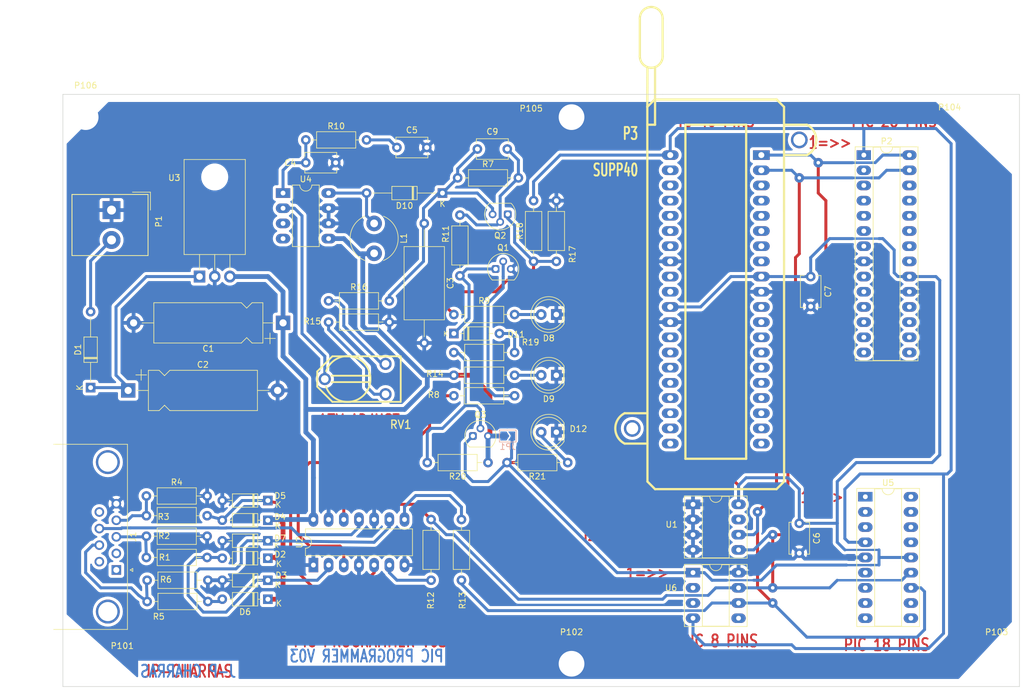
<source format=kicad_pcb>
(kicad_pcb (version 20240108) (generator "pcbnew") (generator_version "8.0")
  (title_block (title "SERIAL PIC PROGRAMMER"))
  (layers (0 "F.Cu" signal "top_layer") (31 "B.Cu" signal "bottom_layer") (34 "B.Paste" user) (35 "F.Paste" user) (36 "B.SilkS" user "B.Silkscreen") (37 "F.SilkS" user "F.Silkscreen") (38 "B.Mask" user) (39 "F.Mask" user) (44 "Edge.Cuts" user))
  (net 0 "")
  (net 1 "/PC-CLOCK-OUT")
  (net 2 "GND")
  (net 3 "Net-(D1-K)")
  (net 4 "Net-(U4-Vc)")
  (net 5 "Net-(C5-Pad1)")
  (net 6 "Net-(Q2-B)")
  (net 7 "Net-(D1-A)")
  (net 8 "Net-(D2-A)")
  (net 9 "Net-(D4-A)")
  (net 10 "Net-(D6-A)")
  (net 11 "Net-(R12-Pad1)")
  (net 12 "Net-(R13-Pad1)")
  (net 13 "Net-(R15-Pad1)")
  (net 14 "Net-(R16-Pad1)")
  (net 15 "Net-(R8-Pad1)")
  (net 16 "Net-(D8-A)")
  (net 17 "VCC")
  (net 18 "VPP")
  (net 19 "Net-(D9-A)")
  (net 20 "Net-(D10-A)")
  (net 21 "Net-(D11-A)")
  (net 22 "Net-(D11-K)")
  (net 23 "Net-(D12-A)")
  (net 24 "/pic_sockets/VCC_PIC")
  (net 25 "/CLOCK-RB6")
  (net 26 "/DATA-RB7")
  (net 29 "Net-(Q1-B)")
  (net 31 "/PC-DATA-IN")
  (net 32 "/PC-DATA-OUT")
  (net 33 "/VPP_ON")
  (net 34 "Net-(Q2-C)")
  (net 36 "Net-(Q3-B)")
  (net 37 "Net-(U4-FB+)")
  (net 38 "/VPP{slash}MCLR")
  (footprint "Capacitor_THT:CP_Axial_L18.0mm_D6.5mm_P25.00mm_Horizontal" (layer "F.Cu") (at 110.49 78.867 180)
    (property "Reference" "C1")
    (property "Value" "100µF")
  )
  (footprint "Capacitor_THT:CP_Axial_L18.0mm_D6.5mm_P25.00mm_Horizontal" (layer "F.Cu") (at 84.582 90.17)
    (property "Reference" "C2")
    (property "Value" "220uF")
  )
  (footprint "MountingHole:MountingHole_4.3mm_M4" (layer "F.Cu") (at 77.47 135.89)
    (property "Reference" "P101")
    (property "Value" "CONN_1")
  )
  (footprint "MountingHole:MountingHole_4.3mm_M4" (layer "F.Cu") (at 158.75 135.89)
    (property "Reference" "P102")
    (property "Value" "CONN_1")
  )
  (footprint "MountingHole:MountingHole_4.3mm_M4" (layer "F.Cu") (at 229.87 135.89)
    (property "Reference" "P103")
    (property "Value" "CONN_1")
  )
  (footprint "MountingHole:MountingHole_4.3mm_M4" (layer "F.Cu") (at 229.87 44.45)
    (property "Reference" "P104")
    (property "Value" "CONN_1")
  )
  (footprint "MountingHole:MountingHole_4.3mm_M4" (layer "F.Cu") (at 158.75 44.45)
    (property "Reference" "P105")
    (property "Value" "CONN_1")
  )
  (footprint "MountingHole:MountingHole_4.3mm_M4" (layer "F.Cu") (at 77.47 44.45)
    (property "Reference" "P106")
    (property "Value" "CONN_1")
  )
  (footprint "footprints:40tex-Ell600" (layer "F.Cu") (at 175.26 50.8)
    (property "Reference" "P3")
    (property "Value" "SUPP40")
  )
  (footprint "Package_DIP:DIP-8_W7.62mm_Socket_LongPads" (layer "F.Cu") (at 179.07 120.65)
    (property "Reference" "U6")
    (property "Value" "PIC_8_PINS")
  )
  (footprint "Package_DIP:DIP-8_W7.62mm_Socket_LongPads" (layer "F.Cu") (at 179.07 109.22)
    (property "Reference" "U1")
    (property "Value" "24Cxx")
  )
  (footprint "Package_DIP:DIP-8_W7.62mm_LongPads" (layer "F.Cu") (at 110.49 57.15)
    (property "Reference" "U4")
    (property "Value" "LT1373")
  )
  (footprint "Package_DIP:DIP-28_W7.62mm_Socket_LongPads" (layer "F.Cu") (at 207.645 50.8)
    (property "Reference" "P2")
    (property "Value" "SUPP28")
  )
  (footprint "Package_DIP:DIP-18_W7.62mm_Socket_LongPads" (layer "F.Cu") (at 207.899 107.95)
    (property "Reference" "U5")
    (property "Value" "PIC_18_PINS")
  )
  (footprint "Package_DIP:DIP-14_W7.62mm_LongPads" (layer "F.Cu") (at 115.57 119.38 90)
    (property "Reference" "U2")
    (property "Value" "74HC125")
  )
  (footprint "Diode_THT:D_DO-35_SOD27_P7.62mm_Horizontal" (layer "F.Cu") (at 107.95 118.237 180)
    (property "Reference" "D2")
    (property "Value" "BAT43")
  )
  (footprint "Diode_THT:D_DO-35_SOD27_P7.62mm_Horizontal" (layer "F.Cu") (at 107.95 121.92 180)
    (property "Reference" "D3")
    (property "Value" "BAT43")
  )
  (footprint "Diode_THT:D_DO-35_SOD27_P7.62mm_Horizontal" (layer "F.Cu") (at 107.95 111.887 180)
    (property "Reference" "D4")
    (property "Value" "BAT43")
  )
  (footprint "Diode_THT:D_DO-35_SOD27_P7.62mm_Horizontal" (layer "F.Cu") (at 107.95 108.585 180)
    (property "Reference" "D5")
    (property "Value" "BAT43")
  )
  (footprint "Diode_THT:D_DO-35_SOD27_P7.62mm_Horizontal" (layer "F.Cu") (at 139.065 80.645)
    (property "Reference" "D11")
    (property "Value" "BAT43")
  )
  (footprint "Diode_THT:D_DO-35_SOD27_P7.62mm_Horizontal" (layer "F.Cu") (at 107.95 115.316 180)
    (property "Reference" "D7")
    (property "Value" "BAT43")
  )
  (footprint "Diode_THT:D_DO-35_SOD27_P7.62mm_Horizontal" (layer "F.Cu") (at 107.95 125.095 180)
    (property "Reference" "D6")
    (property "Value" "BAT43")
  )
  (footprint "Connector_Dsub:DSUB-9_Female_Horizontal_P2.77x2.84mm_EdgePinOffset7.70mm_Housed_MountingHolesOffset9.12mm" (layer "F.Cu") (at 82.6 120.2 -90)
    (property "Reference" "J1")
    (property "Value" "DB9-FEMAL")
  )
  (footprint "Package_TO_SOT_THT:TO-92" (layer "F.Cu") (at 142.24 97.79)
    (property "Reference" "Q3")
    (property "Value" "BC307")
  )
  (footprint "Package_TO_SOT_THT:TO-92" (layer "F.Cu") (at 148.082 60.706 180)
    (property "Reference" "Q2")
    (property "Value" "BC307")
  )
  (footprint "Package_TO_SOT_THT:TO-92" (layer "F.Cu") (at 146.05 69.85)
    (property "Reference" "Q1")
    (property "Value" "BC237")
  )
  (footprint "Resistor_THT:R_Axial_DIN0207_L6.3mm_D2.5mm_P10.16mm_Horizontal" (layer "F.Cu") (at 152.4 68.58 90)
    (property "Reference" "R18")
    (property "Value" "220")
  )
  (footprint "Resistor_THT:R_Axial_DIN0207_L6.3mm_D2.5mm_P10.16mm_Horizontal" (layer "F.Cu") (at 114.3 48.26)
    (property "Reference" "R10")
    (property "Value" "5,1K")
  )
  (footprint "Resistor_THT:R_Axial_DIN0207_L6.3mm_D2.5mm_P10.16mm_Horizontal" (layer "F.Cu") (at 139.065 77.47)
    (property "Reference" "R9")
    (property "Value" "2.2K")
  )
  (footprint "Resistor_THT:R_Axial_DIN0207_L6.3mm_D2.5mm_P10.16mm_Horizontal" (layer "F.Cu") (at 87.63 118.11)
    (property "Reference" "R1")
    (property "Value" "10K")
  )
  (footprint "Resistor_THT:R_Axial_DIN0207_L6.3mm_D2.5mm_P10.16mm_Horizontal" (layer "F.Cu") (at 87.63 114.554)
    (property "Reference" "R2")
    (property "Value" "10K")
  )
  (footprint "Resistor_THT:R_Axial_DIN0207_L6.3mm_D2.5mm_P10.16mm_Horizontal" (layer "F.Cu") (at 87.63 111.125)
    (property "Reference" "R3")
    (property "Value" "10K")
  )
  (footprint "Resistor_THT:R_Axial_DIN0207_L6.3mm_D2.5mm_P10.16mm_Horizontal" (layer "F.Cu") (at 87.63 107.823)
    (property "Reference" "R4")
    (property "Value" "10K")
  )
  (footprint "Resistor_THT:R_Axial_DIN0207_L6.3mm_D2.5mm_P10.16mm_Horizontal" (layer "F.Cu") (at 87.757 125.476)
    (property "Reference" "R5")
    (property "Value" "10K")
  )
  (footprint "Resistor_THT:R_Axial_DIN0207_L6.3mm_D2.5mm_P10.16mm_Horizontal" (layer "F.Cu") (at 139.7 54.61)
    (property "Reference" "R7")
    (property "Value" "10K")
  )
  (footprint "Resistor_THT:R_Axial_DIN0207_L6.3mm_D2.5mm_P10.16mm_Horizontal" (layer "F.Cu") (at 87.757 121.92)
    (property "Reference" "R6")
    (property "Value" "10K")
  )
  (footprint "Resistor_THT:R_Axial_DIN0207_L6.3mm_D2.5mm_P10.16mm_Horizontal" (layer "F.Cu") (at 158.115 102.235 180)
    (property "Reference" "R21")
    (property "Value" "470")
  )
  (footprint "Resistor_THT:R_Axial_DIN0207_L6.3mm_D2.5mm_P10.16mm_Horizontal" (layer "F.Cu") (at 144.78 102.235 180)
    (property "Reference" "R20")
    (property "Value" "2.2K")
  )
  (footprint "Resistor_THT:R_Axial_DIN0207_L6.3mm_D2.5mm_P10.16mm_Horizontal" (layer "F.Cu") (at 149.225 83.82 180)
    (property "Reference" "R19")
    (property "Value" "2.2K")
  )
  (footprint "Resistor_THT:R_Axial_DIN0207_L6.3mm_D2.5mm_P10.16mm_Horizontal" (layer "F.Cu") (at 156.21 68.58 90)
    (property "Reference" "R17")
    (property "Value" "22K")
  )
  (footprint "Resistor_THT:R_Axial_DIN0207_L6.3mm_D2.5mm_P10.16mm_Horizontal" (layer "F.Cu") (at 118.11 75.184)
    (property "Reference" "R16")
    (property "Value" "62K")
  )
  (footprint "Resistor_THT:R_Axial_DIN0207_L6.3mm_D2.5mm_P10.16mm_Horizontal" (layer "F.Cu") (at 118.11 78.74)
    (property "Reference" "R15")
    (property "Value" "6.2K")
  )
  (footprint "Resistor_THT:R_Axial_DIN0207_L6.3mm_D2.5mm_P10.16mm_Horizontal" (layer "F.Cu") (at 139.065 87.63)
    (property "Reference" "R14")
    (property "Value" "470")
  )
  (footprint "Resistor_THT:R_Axial_DIN0207_L6.3mm_D2.5mm_P10.16mm_Horizontal" (layer "F.Cu") (at 140.335 111.76 -90)
    (property "Reference" "R13")
    (property "Value" "470")
  )
  (footprint "Resistor_THT:R_Axial_DIN0207_L6.3mm_D2.5mm_P10.16mm_Horizontal" (layer "F.Cu") (at 139.065 91.059)
    (property "Reference" "R8")
    (property "Value" "1K")
  )
  (footprint "Resistor_THT:R_Axial_DIN0207_L6.3mm_D2.5mm_P10.16mm_Horizontal" (layer "F.Cu") (at 135.255 121.92 90)
    (property "Reference" "R12")
    (property "Value" "470")
  )
  (footprint "LED_THT:LED_D5.0mm" (layer "F.Cu") (at 156.21 77.47 180)
    (property "Reference" "D8")
    (property "Value" "RED-LED")
  )
  (footprint "LED_THT:LED_D5.0mm" (layer "F.Cu") (at 156.21 87.63 180)
    (property "Reference" "D9")
    (property "Value" "GREEN-LED")
  )
  (footprint "LED_THT:LED_D5.0mm" (layer "F.Cu") (at 156.21 97.155 180)
    (property "Reference" "D12")
    (property "Value" "YELLOW-LED")
  )
  (footprint "Capacitor_THT:C_Disc_D5.1mm_W3.2mm_P5.00mm" (layer "F.Cu") (at 114.3 52.07)
    (property "Reference" "C4")
    (property "Value" "0")
  )
  (footprint "Capacitor_THT:C_Disc_D5.1mm_W3.2mm_P5.00mm" (layer "F.Cu") (at 129.54 49.53)
    (property "Reference" "C5")
    (property "Value" "10nF")
  )
  (footprint "Capacitor_THT:C_Disc_D5.1mm_W3.2mm_P5.00mm" (layer "F.Cu") (at 198.755 71.12 -90)
    (property "Reference" "C7")
    (property "Value" "100nF")
  )
  (footprint "Capacitor_THT:C_Disc_D5.1mm_W3.2mm_P5.00mm" (layer "F.Cu") (at 143.002 49.784)
    (property "Reference" "C9")
    (property "Value" "220nF")
  )
  (footprint "Capacitor_THT:C_Disc_D5.1mm_W3.2mm_P5.00mm" (layer "F.Cu") (at 196.85 112.395 -90)
    (property "Reference" "C6")
    (property "Value" "100nF")
  )
  (footprint "Diode_THT:D_DO-35_SOD27_P12.70mm_Horizontal" (layer "F.Cu") (at 137.16 57.15 180)
    (property "Reference" "D10")
    (property "Value" "SCHOTTKY")
  )
  (footprint "footprints:RV2X4" (layer "F.Cu") (at 127.635 90.805 180)
    (property "Reference" "RV1")
    (property "Value" "1K")
  )
  (footprint "TerminalBlock_Altech:Altech_AK300_1x02_P5.00mm_45-Degree" (layer "F.Cu") (at 81.8 60 -90)
    (property "Reference" "P1")
    (property "Value" "CONN_2")
  )
  (footprint "Package_TO_SOT_THT:TO-220-3_Horizontal_TabDown" (layer "F.Cu") (at 96.52 71.12)
    (property "Reference" "U3")
    (property "Value" "7805")
  )
  (footprint "Resistor_THT:R_Axial_DIN0207_L6.3mm_D2.5mm_P10.16mm_Horizontal" (layer "F.Cu") (at 140.081 70.993 90)
    (property "Reference" "R11")
    (property "Value" "22K")
  )
  (footprint "Capacitor_THT:C_Axial_L12.0mm_D6.5mm_P20.00mm_Horizontal" (layer "F.Cu") (at 134.112 62.23 -90)
    (property "Reference" "C3")
    (property "Value" "22uF/25V")
  )
  (footprint "Inductor_THT:L_Radial_D7.8mm_P5.00mm_Fastron_07HCP" (layer "F.Cu") (at 125.73 62.23 -90)
    (property "Reference" "L1")
    (property "Value" "22uH")
  )
  (footprint "Diode_THT:D_DO-35_SOD27_P12.70mm_Horizontal" (layer "F.Cu") (at 78.3 89.7 90)
    (property "Reference" "D1")
    (property "Value" "1N4004")
  )
  (footprint "Jumper:SolderJumper-2_P1.3mm_Open_TrianglePad1.0x1.5mm" (layer "B.Cu") (at 148.082 97.79)
    (property "Reference" "JP1")
    (property "Value" "JUMPER")
  )
  (gr_line (start 73.66 139.7) (end 73.66 40.64) (stroke (width 0.1)) (layer "Edge.Cuts"))
  (gr_line (start 173.99 40.64) (end 233.68 40.64) (stroke (width 0.1)) (layer "Edge.Cuts"))
  (gr_line (start 73.66 40.64) (end 173.99 40.64) (stroke (width 0.1)) (layer "Edge.Cuts"))
  (gr_line (start 233.68 139.7) (end 73.66 139.7) (stroke (width 0.1)) (layer "Edge.Cuts"))
  (gr_line (start 233.68 40.64) (end 233.68 139.7) (stroke (width 0.1)) (layer "Edge.Cuts"))
  (gr_text "+8/12V" (at 81.5 55.5 0) (layer "F.Cu") (effects (font (size 2.032 1.524) (thickness 0.3048))))
  (gr_text "VCC ON" (at 162.9 99.1 0) (layer "F.Cu") (effects (font (size 2.032 1.524) (thickness 0.3048))))
  (gr_text "JP-CHARRAS" (at 94.615 137.16 0) (layer "F.Cu") (effects (font (size 2.032 1.524) (thickness 0.3048))))
  (gr_text "1=>>" (at 167.64 48.895 0) (layer "F.Cu") (effects (font (size 2.032 1.524) (thickness 0.3048))))
  (gr_text "PWR ON" (at 163.83 88.9 0) (layer "F.Cu") (effects (font (size 2.032 1.524) (thickness 0.3048))))
  (gr_text "PIC PROGRAMMER V03" (at 125.095 132.08 0) (layer "F.Cu") (effects (font (size 2.032 1.524) (thickness 0.3048))))
  (gr_text "1=>>" (at 200.66 107.95 0) (layer "F.Cu") (effects (font (size 2.032 1.524) (thickness 0.3048))))
  (gr_text "PIC 18 PINS" (at 211.455 132.715 0) (layer "F.Cu") (effects (font (size 2.032 1.524) (thickness 0.3048))))
  (gr_text "I2C PROM" (at 166.37 114.3 0) (layer "F.Cu") (effects (font (size 2.032 1.524) (thickness 0.3048))))
  (gr_text "VPP ON" (at 163.195 80.645 0) (layer "F.Cu") (effects (font (size 2.032 1.524) (thickness 0.3048))))
  (gr_text "1=>>" (at 171.45 109.22 0) (layer "F.Cu") (effects (font (size 2.032 1.524) (thickness 0.3048))))
  (gr_text "13V ADJUST" (at 123.19 95.25 0) (layer "F.Cu") (effects (font (size 2.032 1.524) (thickness 0.3048))))
  (gr_text "PIC 8 PINS" (at 183.515 132.08 0) (layer "F.Cu") (effects (font (size 2.032 1.524) (thickness 0.3048))))
  (gr_text "PIC 28 PINS" (at 212.725 45.085 0) (layer "F.Cu") (effects (font (size 2.032 1.524) (thickness 0.3048))))
  (gr_text "1=>>" (at 171.45 120.65 0) (layer "F.Cu") (effects (font (size 2.032 1.524) (thickness 0.3048))))
  (gr_text "PIC 40 PINS" (at 182.245 45.085 0) (layer "F.Cu") (effects (font (size 2.032 1.524) (thickness 0.3048))))
  (gr_text "1=>>" (at 202 48.7 0) (layer "F.Cu") (effects (font (size 2.032 1.524) (thickness 0.3048))))
  (gr_text "J-P CHARRAS" (at 94.615 137.16 0) (layer "B.Cu") (effects (font (size 2.032 1.524) (thickness 0.3048)) (justify mirror)))
  (gr_text "PIC PROGRAMMER V03" (at 124.46 134.62 0) (layer "B.Cu") (effects (font (size 2.032 1.524) (thickness 0.3048)) (justify mirror)))
  (segment (start 85.09 123.19) (end 86.36 124.46) (width 0.5) (layer "B.Cu") (net 1))
  (segment (start 77.47 117.475) (end 77.47 120.65) (width 0.5) (layer "B.Cu") (net 1))
  (segment (start 78.62863 116.045) (end 77.47 117.20363) (width 0.5) (layer "B.Cu") (net 1))
  (segment (start 86.36 124.46) (end 87.757 125.476) (width 0.5) (layer "B.Cu") (net 1))
  (segment (start 80.01 123.19) (end 85.09 123.19) (width 0.5) (layer "B.Cu") (net 1))
  (segment (start 87.757 125.476) (end 87.63 121.92) (width 0.5) (layer "B.Cu") (net 1))
  (segment (start 79.76 116.045) (end 78.62863 116.045) (width 0.5) (layer "B.Cu") (net 1))
  (segment (start 77.47 120.65) (end 80.01 123.19) (width 0.5) (layer "B.Cu") (net 1))
  (segment (start 77.47 117.20363) (end 77.47 117.475) (width 0.5) (layer "B.Cu") (net 1))
  (segment (start 82.55 76.2) (end 87.63 71.12) (width 0.5) (layer "B.Cu") (net 3))
  (segment (start 84.112 89.7) (end 84.582 90.17) (width 0.5) (layer "B.Cu") (net 3))
  (segment (start 84.455 89.535) (end 82.55 87.63) (width 0.5) (layer "B.Cu") (net 3))
  (segment (start 78.3 89.7) (end 84.112 89.7) (width 0.5) (layer "B.Cu") (net 3))
  (segment (start 87.63 71.12) (end 96.52 71.12) (width 0.5) (layer "B.Cu") (net 3))
  (segment (start 82.55 87.63) (end 82.55 76.2) (width 0.5) (layer "B.Cu") (net 3))
  (segment (start 84.455 90.17) (end 84.455 89.535) (width 0.5) (layer "B.Cu") (net 3))
  (segment (start 114.3 48.26) (end 114.3 52.07) (width 0.5) (layer "B.Cu") (net 4))
  (segment (start 110.49 57.15) (end 110.49 53.34) (width 0.5) (layer "B.Cu") (net 4))
  (segment (start 110.49 53.34) (end 111.76 52.07) (width 0.5) (layer "B.Cu") (net 4))
  (segment (start 111.76 52.07) (end 114.3 52.07) (width 0.5) (layer "B.Cu") (net 4))
  (segment (start 124.46 48.26) (end 128.27 48.26) (width 0.5) (layer "B.Cu") (net 5))
  (segment (start 128.27 48.26) (end 129.54 49.53) (width 0.5) (layer "B.Cu") (net 5))
  (segment (start 149.86 51.642) (end 149.86 54.61) (width 0.5) (layer "B.Cu") (net 6))
  (segment (start 141.21237 60.833) (end 142.855369 62.475999) (width 0.5) (layer "B.Cu") (net 6))
  (segment (start 146.312001 62.475999) (end 146.812 61.976) (width 0.5) (layer "B.Cu") (net 6))
  (segment (start 146.812 57.658) (end 149.86 54.61) (width 0.5) (layer "B.Cu") (net 6))
  (segment (start 148.002 49.784) (end 149.86 51.642) (width 0.5) (layer "B.Cu") (net 6))
  (segment (start 146.812 61.976) (end 146.812 57.658) (width 0.5) (layer "B.Cu") (net 6))
  (segment (start 140.081 60.833) (end 141.21237 60.833) (width 0.5) (layer "B.Cu") (net 6))
  (segment (start 142.855369 62.475999) (end 146.312001 62.475999) (width 0.5) (layer "B.Cu") (net 6))
  (segment (start 78.3 68.5) (end 78.3 77) (width 0.5) (layer "B.Cu") (net 7))
  (segment (start 81.8 65) (end 78.3 68.5) (width 0.5) (layer "B.Cu") (net 7))
  (segment (start 106.045 121.92) (end 107.95 121.92) (width 0.5) (layer "B.Cu") (net 8))
  (segment (start 95.885 118.11) (end 94.615 119.38) (width 0.5) (layer "B.Cu") (net 8))
  (segment (start 97.79 118.11) (end 95.885 118.11) (width 0.5) (layer "B.Cu") (net 8))
  (segment (start 107.95 121.92) (end 116.205 121.92) (width 0.5) (layer "B.Cu") (net 8))
  (segment (start 97.155 127.254) (end 100.965 127.254) (width 0.5) (layer "B.Cu") (net 8))
  (segment (start 118.11 120.015) (end 118.11 119.38) (width 0.5) (layer "B.Cu") (net 8))
  (segment (start 94.615 124.46) (end 97.155 127.254) (width 0.5) (layer "B.Cu") (net 8))
  (segment (start 94.615 119.38) (end 94.615 124.46) (width 0.5) (layer "B.Cu") (net 8))
  (segment (start 116.205 121.92) (end 118.11 120.015) (width 0.5) (layer "B.Cu") (net 8))
  (segment (start 100.33 118.11) (end 97.79 118.11) (width 0.5) (layer "B.Cu") (net 8))
  (segment (start 100.965 127.254) (end 106.045 121.92) (width 0.5) (layer "B.Cu") (net 8))
  (segment (start 111.76 119.38) (end 115.57 123.19) (width 0.5) (layer "F.Cu") (net 9))
  (segment (start 125.73 120.65) (end 125.73 119.38) (width 0.5) (layer "F.Cu") (net 9))
  (segment (start 111.76 109.855) (end 111.76 119.38) (width 0.5) (layer "F.Cu") (net 9))
  (segment (start 115.57 123.19) (end 123.19 123.19) (width 0.5) (layer "F.Cu") (net 9))
  (segment (start 107.95 108.712) (end 111.125 109.22) (width 0.5) (layer "F.Cu") (net 9))
  (segment (start 111.125 109.22) (end 111.76 109.855) (width 0.5) (layer "F.Cu") (net 9))
  (segment (start 123.19 123.19) (end 125.73 120.65) (width 0.5) (layer "F.Cu") (net 9))
  (segment (start 107.95 108.585) (end 103.632 108.585) (width 0.5) (layer "B.Cu") (net 9))
  (segment (start 100.33 111.76) (end 97.79 111.125) (width 0.5) (layer "B.Cu") (net 9))
  (segment (start 103.632 108.585) (end 100.33 111.887) (width 0.5) (layer "B.Cu") (net 9))
  (segment (start 99.949 125.476) (end 100.33 125.095) (width 0.5) (layer "B.Cu") (net 10))
  (segment (start 95.885 123.444) (end 97.917 125.476) (width 0.5) (layer "B.Cu") (net 10))
  (segment (start 102.616 120.015) (end 103.505 119.126) (width 0.5) (layer "B.Cu") (net 10))
  (segment (start 97.917 125.476) (end 99.949 125.476) (width 0.5) (layer "B.Cu") (net 10))
  (segment (start 128.27 111.76) (end 128.27 113.03) (width 0.5) (layer "B.Cu") (net 10))
  (segment (start 96.52 120.015) (end 102.616 120.015) (width 0.5) (layer "B.Cu") (net 10))
  (segment (start 95.885 122.555) (end 95.885 123.444) (width 0.5) (layer "B.Cu") (net 10))
  (segment (start 103.505 116.332) (end 104.521 115.316) (width 0.5) (layer "B.Cu") (net 10))
  (segment (start 128.27 113.03) (end 125.73 115.57) (width 0.5) (layer "B.Cu") (net 10))
  (segment (start 104.521 115.316) (end 107.95 115.316) (width 0.5) (layer "B.Cu") (net 10))
  (segment (start 107.95 115.316) (end 125.73 115.57) (width 0.5) (layer "B.Cu") (net 10))
  (segment (start 95.885 120.65) (end 96.52 120.015) (width 0.5) (layer "B.Cu") (net 10))
  (segment (start 103.505 119.126) (end 103.505 116.332) (width 0.5) (layer "B.Cu") (net 10))
  (segment (start 95.885 122.555) (end 95.885 120.65) (width 0.5) (layer "B.Cu") (net 10))
  (segment (start 128.27 119.38) (end 128.27 120.65) (width 0.5) (layer "B.Cu") (net 11))
  (segment (start 128.27 120.65) (end 129.54 121.92) (width 0.5) (layer "B.Cu") (net 11))
  (segment (start 129.54 121.92) (end 135.255 121.92) (width 0.5) (layer "B.Cu") (net 11))
  (segment (start 130.81 109.6264) (end 132.6896 107.7468) (width 0.5) (layer "B.Cu") (net 12))
  (segment (start 132.6896 107.7468) (end 138.4046 107.7468) (width 0.5) (layer "B.Cu") (net 12))
  (segment (start 138.4046 107.7468) (end 140.335 109.6772) (width 0.5) (layer "B.Cu") (net 12))
  (segment (start 140.335 109.6772) (end 140.335 111.76) (width 0.5) (layer "B.Cu") (net 12))
  (segment (start 130.81 111.76) (end 130.81 109.6264) (width 0.5) (layer "B.Cu") (net 12))
  (segment (start 118.11 80.01) (end 124.46 86.36) (width 0.5) (layer "B.Cu") (net 13))
  (segment (start 124.46 86.36) (end 124.46 89.535) (width 0.5) (layer "B.Cu") (net 13))
  (segment (start 125.73 90.805) (end 127.635 90.805) (width 0.5) (layer "B.Cu") (net 13))
  (segment (start 118.11 78.74) (end 118.11 80.01) (width 0.5) (layer "B.Cu") (net 13))
  (segment (start 124.46 89.535) (end 125.73 90.805) (width 0.5) (layer "B.Cu") (net 13))
  (segment (start 119.634 75.184) (end 120.65 76.2) (width 0.5) (layer "B.Cu") (net 14))
  (segment (start 120.65 79.375) (end 127 85.725) (width 0.5) (layer "B.Cu") (net 14))
  (segment (start 127 85.725) (end 127.635 85.725) (width 0.5) (layer "B.Cu") (net 14))
  (segment (start 118.11 75.184) (end 119.634 75.184) (width 0.5) (layer "B.Cu") (net 14))
  (segment (start 120.65 76.2) (end 120.65 79.375) (width 0.5) (layer "B.Cu") (net 14))
  (segment (start 135.001 96.266) (end 135.001 92.456) (width 0.5) (layer "F.Cu") (net 15))
  (segment (start 120.015 116.205) (end 114.935 116.205) (width 0.5) (layer "F.Cu") (net 15))
  (segment (start 114.935 102.235) (end 129.032 102.235) (width 0.5) (layer "F.Cu") (net 15))
  (segment (start 129.032 102.235) (end 135.001 96.266) (width 0.5) (layer "F.Cu") (net 15))
  (segment (start 136.398 91.059) (end 139.065 91.059) (width 0.5) (layer "F.Cu") (net 15))
  (segment (start 135.001 92.456) (end 136.398 91.059) (width 0.5) (layer "F.Cu") (net 15))
  (segment (start 113.03 104.14) (end 114.935 102.235) (width 0.5) (layer "F.Cu") (net 15))
  (segment (start 113.03 114.3) (end 113.03 104.14) (width 0.5) (layer "F.Cu") (net 15))
  (segment (start 120.65 116.84) (end 120.015 116.205) (width 0.5) (layer "F.Cu") (net 15))
  (segment (start 114.935 116.205) (end 113.03 114.3) (width 0.5) (layer "F.Cu") (net 15))
  (segment (start 120.65 119.38) (end 120.65 116.84) (width 0.5) (layer "F.Cu") (net 15))
  (segment (start 153.67 77.47) (end 149.225 77.47) (width 0.5) (layer "B.Cu") (net 16))
  (segment (start 110.49 124.155) (end 110.49 119.38) (width 0.8) (layer "F.Cu") (net 17))
  (segment (start 145.1 97.47) (end 144.78 97.79) (width 0.8) (layer "F.Cu") (net 17))
  (segment (start 141.986 87.63) (end 145.1 90.744) (width 0.8) (layer "F.Cu") (net 17))
  (segment (start 109.55 125.095) (end 110.49 124.155) (width 0.8) (layer "F.Cu") (net 17))
  (segment (start 145.1 90.744) (end 145.1 97.47) (width 0.8) (layer "F.Cu") (net 17))
  (segment (start 110.49 119.38) (end 109.22 118.11) (width 0.8) (layer "F.Cu") (net 17))
  (segment (start 107.95 125.095) (end 109.55 125.095) (width 0.8) (layer "F.Cu") (net 17))
  (segment (start 109.22 118.11) (end 107.95 118.11) (width 0.8) (layer "F.Cu") (net 17))
  (segment (start 109.855 111.76) (end 110.49 112.395) (width 0.8) (layer "F.Cu") (net 17))
  (segment (start 110.49 112.395) (end 110.49 116.84) (width 0.8) (layer "F.Cu") (net 17))
  (segment (start 107.95 111.76) (end 109.855 111.76) (width 0.8) (layer "F.Cu") (net 17))
  (segment (start 139.065 87.63) (end 141.986 87.63) (width 0.8) (layer "F.Cu") (net 17))
  (segment (start 110.49 116.84) (end 109.22 118.11) (width 0.8) (layer "F.Cu") (net 17))
  (segment (start 144.78 97.79) (end 144.78 97.917) (width 0.8) (layer "B.Cu") (net 17))
  (segment (start 124.46 80.01) (end 123.825 79.375) (width 0.8) (layer "B.Cu") (net 17))
  (segment (start 134.62 87.63) (end 133.985 87.63) (width 0.8) (layer "B.Cu") (net 17))
  (segment (start 107.95 111.76) (end 115.57 111.76) (width 0.8) (layer "B.Cu") (net 17))
  (segment (start 114.3 88.265) (end 114.3 93.345) (width 0.8) (layer "B.Cu") (net 17))
  (segment (start 110.49 78.74) (end 110.49 73.66) (width 0.8) (layer "B.Cu") (net 17))
  (segment (start 110.49 73.66) (end 107.95 71.12) (width 0.8) (layer "B.Cu") (net 17))
  (segment (start 123.825 67.31) (end 123.19 67.31) (width 0.8) (layer "B.Cu") (net 17))
  (segment (start 130.81 93.345) (end 134.62 89.535) (width 0.8) (layer "B.Cu") (net 17))
  (segment (start 147.447 97.79) (end 144.78 97.79) (width 0.8) (layer "B.Cu") (net 17))
  (segment (start 114.3 93.345) (end 114.3 97.155) (width 0.8) (layer "B.Cu") (net 17))
  (segment (start 115.57 111.76) (end 115.57 104.775) (width 0.8) (layer "B.Cu") (net 17))
  (segment (start 123.825 79.375) (end 123.825 67.31) (width 0.8) (layer "B.Cu") (net 17))
  (segment (start 110.49 84.455) (end 114.3 88.265) (width 0.8) (layer "B.Cu") (net 17))
  (segment (start 125.73 67.31) (end 123.825 67.31) (width 0.8) (layer "B.Cu") (net 17))
  (segment (start 133.985 87.63) (end 126.365 80.01) (width 0.8) (layer "B.Cu") (net 17))
  (segment (start 118.11 64.77) (end 120.65 64.77) (width 0.8) (layer "B.Cu") (net 17))
  (segment (start 115.57 98.425) (end 115.57 104.775) (width 0.8) (layer "B.Cu") (net 17))
  (segment (start 126.365 80.01) (end 124.46 80.01) (width 0.8) (layer "B.Cu") (net 17))
  (segment (start 114.3 97.155) (end 115.57 98.425) (width 0.8) (layer "B.Cu") (net 17))
  (segment (start 114.3 93.345) (end 130.81 93.345) (width 0.8) (layer "B.Cu") (net 17))
  (segment (start 139.065 87.63) (end 134.62 87.63) (width 0.8) (layer "B.Cu") (net 17))
  (segment (start 110.49 78.74) (end 110.49 84.455) (width 0.8) (layer "B.Cu") (net 17))
  (segment (start 123.19 67.31) (end 120.65 64.77) (width 0.8) (layer "B.Cu") (net 17))
  (segment (start 134.62 89.535) (end 134.62 87.63) (width 0.8) (layer "B.Cu") (net 17))
  (segment (start 101.6 71.12) (end 107.95 71.12) (width 0.8) (layer "B.Cu") (net 17))
  (segment (start 144.78 102.235) (end 144.78 97.917) (width 0.8) (layer "B.Cu") (net 17))
  (segment (start 139.7 54.61) (end 139.7 53.086) (width 0.5) (layer "B.Cu") (net 18))
  (segment (start 145.542 59.706) (end 142.986 57.15) (width 0.5) (layer "B.Cu") (net 18))
  (segment (start 137.16 57.15) (end 142.748 57.15) (width 0.5) (layer "B.Cu") (net 18))
  (segment (start 136.525 57.15) (end 137.16 57.15) (width 0.5) (layer "B.Cu") (net 18))
  (segment (start 133.985 68.58) (end 128.27 74.295) (width 0.5) (layer "B.Cu") (net 18))
  (segment (start 142.986 57.15) (end 142.748 57.15) (width 0.5) (layer "B.Cu") (net 18))
  (segment (start 139.7 53.086) (end 143.002 49.784) (width 0.5) (layer "B.Cu") (net 18))
  (segment (start 136.525 57.15) (end 133.985 59.69) (width 0.5) (layer "B.Cu") (net 18))
  (segment (start 133.985 62.23) (end 133.985 68.58) (width 0.5) (layer "B.Cu") (net 18))
  (segment (start 137.16 57.15) (end 139.7 54.61) (width 0.5) (layer "B.Cu") (net 18))
  (segment (start 145.542 60.706) (end 145.542 59.706) (width 0.5) (layer "B.Cu") (net 18))
  (segment (start 133.985 62.23) (end 133.985 59.69) (width 0.5) (layer "B.Cu") (net 18))
  (segment (start 128.27 74.295) (end 128.27 75.184) (width 0.5) (layer "B.Cu") (net 18))
  (segment (start 153.67 87.63) (end 149.225 87.63) (width 0.5) (layer "B.Cu") (net 19))
  (segment (start 118.11 57.15) (end 124.46 57.15) (width 0.5) (layer "B.Cu") (net 20))
  (segment (start 124.46 60.96) (end 125.73 62.23) (width 0.5) (layer "B.Cu") (net 20))
  (segment (start 124.46 57.15) (end 124.46 60.96) (width 0.5) (layer "B.Cu") (net 20))
  (segment (start 146.685 80.645) (end 148.59 80.645) (width 0.5) (layer "B.Cu") (net 21))
  (segment (start 148.59 80.645) (end 149.225 81.28) (width 0.5) (layer "B.Cu") (net 21))
  (segment (start 149.225 81.28) (end 149.225 83.82) (width 0.5) (layer "B.Cu") (net 21))
  (segment (start 141.605 72.517) (end 140.081 70.993) (width 0.5) (layer "B.Cu") (net 22))
  (segment (start 141.605 78.105) (end 141.605 72.517) (width 0.5) (layer "B.Cu") (net 22))
  (segment (start 141.224 69.85) (end 146.05 69.85) (width 0.5) (layer "B.Cu") (net 22))
  (segment (start 140.081 70.993) (end 141.224 69.85) (width 0.5) (layer "B.Cu") (net 22))
  (segment (start 139.065 80.645) (end 141.605 78.105) (width 0.5) (layer "B.Cu") (net 22))
  (segment (start 153.67 97.155) (end 153.67 97.79) (width 0.5) (layer "B.Cu") (net 23))
  (segment (start 153.67 97.79) (end 158.115 102.235) (width 0.5) (layer "B.Cu") (net 23))
  (segment (start 154.305 104.775) (end 151.765 102.235) (width 0.5) (layer "F.Cu") (net 24))
  (segment (start 151.765 102.235) (end 147.955 102.235) (width 0.5) (layer "F.Cu") (net 24))
  (segment (start 185.42 104.775) (end 186.69 106.045) (width 0.5) (layer "F.Cu") (net 24))
  (segment (start 186.69 109.22) (end 186.69 106.045) (width 0.5) (layer "F.Cu") (net 24))
  (segment (start 170.18 104.775) (end 154.305 104.775) (width 0.5) (layer "F.Cu") (net 24))
  (segment (start 170.18 104.775) (end 185.42 104.775) (width 0.5) (layer "F.Cu") (net 24))
  (segment (start 184.7 121.92) (end 189.23 121.92) (width 0.35) (layer "B.Cu") (net 24))
  (segment (start 204.47 116.84) (end 210.185 116.84) (width 0.35) (layer "B.Cu") (net 24))
  (segment (start 148.717 101.473) (end 147.955 102.235) (width 0.5) (layer "B.Cu") (net 24))
  (segment (start 148.717 99.314) (end 148.717 101.473) (width 0.5) (layer "B.Cu") (net 24))
  (segment (start 206.375 102.235) (end 219.075 102.235) (width 0.5) (layer "B.Cu") (net 24))
  (segment (start 212.725 70.485) (end 213.36 71.12) (width 0.5) (layer "B.Cu") (net 24))
  (segment (start 148.807 99.224) (end 148.717 99.314) (width 0.5) (layer "B.Cu") (net 24))
  (segment (start 212.725 66.675) (end 212.725 70.485) (width 0.5) (layer "B.Cu") (net 24))
  (segment (start 204.724 119.38) (end 193.04 119.38) (width 0.5) (layer "B.Cu") (net 24))
  (segment (start 210.185 118.11) (end 210.185 116.84) (width 0.5) (layer "B.Cu") (net 24))
  (segment (start 220.345 71.755) (end 219.71 71.12) (width 0.5) (layer "B.Cu") (net 24))
  (segment (start 220.345 100.965) (end 220.345 71.755) (width 0.5) (layer "B.Cu") (net 24))
  (segment (start 204.73401 119.39001) (end 204.724 119.38) (width 0.5) (layer "B.Cu") (net 24))
  (segment (start 148.807 97.79) (end 148.807 99.224) (width 0.5) (layer "B.Cu") (net 24))
  (segment (start 179.07 120.65) (end 166.37 120.65) (width 0.5) (layer "B.Cu") (net 24))
  (segment (start 190.5 71.12) (end 198.755 71.12) (width 0.5) (layer "B.Cu") (net 24))
  (segment (start 186.69 106.045) (end 187.96 104.775) (width 0.5) (layer "B.Cu") (net 24))
  (segment (start 196.85 112.395) (end 196.85 106.68) (width 0.5) (layer "B.Cu") (net 24))
  (segment (start 166.37 120.65) (end 147.955 102.235) (width 0.5) (layer "B.Cu") (net 24))
  (segment (start 142.24 105.41) (end 144.78 105.41) (width 0.5) (layer "B.Cu") (net 24))
  (segment (start 193.04 119.38) (end 190.5 121.92) (width 0.5) (layer "B.Cu") (net 24))
  (segment (start 198.755 67.945) (end 201.93 64.77) (width 0.5) (layer "B.Cu") (net 24))
  (segment (start 182.245 121.92) (end 184.7 121.92) (width 0.5) (layer "B.Cu") (net 24))
  (segment (start 213.36 71.12) (end 215.265 71.12) (width 0.5) (layer "B.Cu") (net 24))
  (segment (start 196.85 106.68) (end 194.945 104.775) (width 0.5) (layer "B.Cu") (net 24))
  (segment (start 208.839207 119.38) (end 208.829197 119.39001) (width 0.4) (layer "B.Cu") (net 24))
  (segment (start 140.97 99.06) (end 142.24 97.79) (width 0.5) (layer "B.Cu") (net 24))
  (segment (start 140.97 99.06) (end 140.97 104.14) (width 0.5) (layer "B.Cu") (net 24))
  (segment (start 203.2 105.41) (end 206.375 102.235) (width 0.5) (layer "B.Cu") (net 24))
  (segment (start 203.2 105.41) (end 203.2 112.395) (width 0.5) (layer "B.Cu") (net 24))
  (segment (start 210.185 64.77) (end 210.82 64.77) (width 0.5) (layer "B.Cu") (net 24))
  (segment (start 180.34 76.2) (end 185.42 71.12) (width 0.5) (layer "B.Cu") (net 24))
  (segment (start 219.075 102.235) (end 220.345 100.965) (width 0.5) (layer "B.Cu") (net 24))
  (segment (start 208.829197 119.39001) (end 204.73401 119.39001) (width 0.4) (layer "B.Cu") (net 24))
  (segment (start 203.2 112.395) (end 203.2 115.57) (width 0.5) (layer "B.Cu") (net 24))
  (segment (start 187.96 104.775) (end 194.945 104.775) (width 0.5) (layer "B.Cu") (net 24))
  (segment (start 210.185 119.38) (end 210.185 118.11) (width 0.5) (layer "B.Cu") (net 24))
  (segment (start 140.97 104.14) (end 142.24 105.41) (width 0.5) (layer "B.Cu") (net 24))
  (segment (start 198.755 71.12) (end 198.755 67.945) (width 0.5) (layer "B.Cu") (net 24))
  (segment (start 175.26 76.2) (end 180.34 76.2) (width 0.5) (layer "B.Cu") (net 24))
  (segment (start 210.82 64.77) (end 212.725 66.675) (width 0.5) (layer "B.Cu") (net 24))
  (segment (start 210.185 118.11) (end 215.265 118.11) (width 0.5) (layer "B.Cu") (net 24))
  (segment (start 205.74 64.77) (end 210.185 64.77) (width 0.4) (layer "B.Cu") (net 24))
  (segment (start 190.5 121.92) (end 189.23 121.92) (width 0.5) (layer "B.Cu") (net 24))
  (segment (start 186.69 109.22) (end 186.69 106.045) (width 0.5) (layer "B.Cu") (net 24))
  (segment (start 196.85 112.395) (end 203.2 112.395) (width 0.5) (layer "B.Cu") (net 24))
  (segment (start 210.185 119.38) (end 208.839207 119.38) (width 0.4) (layer "B.Cu") (net 24))
  (segment (start 201.93 64.77) (end 205.74 64.77) (width 0.5) (layer "B.Cu") (net 24))
  (segment (start 144.78 105.41) (end 147.955 102.235) (width 0.5) (layer "B.Cu") (net 24))
  (segment (start 203.2 115.57) (end 204.47 116.84) (width 0.5) (layer "B.Cu") (net 24))
  (segment (start 185.42 71.12) (end 190.5 71.12) (width 0.5) (layer "B.Cu") (net 24))
  (segment (start 179.07 120.65) (end 180.975 120.65) (width 0.5) (layer "B.Cu") (net 24))
  (segment (start 180.975 120.65) (end 182.245 121.92) (width 0.5) (layer "B.Cu") (net 24))
  (segment (start 219.71 71.12) (end 215.265 71.12) (width 0.5) (layer "B.Cu") (net 24))
  (segment (start 189.865 123.19) (end 192.405 125.73) (width 0.5) (layer "F.Cu") (net 25))
  (segment (start 193.04 75.565) (end 196.215 72.39) (width 0.5) (layer "F.Cu") (net 25))
  (segment (start 196.85 67.31) (end 196.85 54.61) (width 0.5) (layer "F.Cu") (net 25))
  (segment (start 196.215 72.39) (end 196.215 67.945) (width 0.5) (layer "F.Cu") (net 25))
  (segment (start 193.04 107.315) (end 189.865 110.49) (width 0.5) (layer "F.Cu") (net 25))
  (segment (start 189.865 110.49) (end 189.865 123.19) (width 0.5) (layer "F.Cu") (net 25))
  (segment (start 196.215 67.945) (end 196.85 67.31) (width 0.5) (layer "F.Cu") (net 25))
  (segment (start 193.04 107.315) (end 193.04 75.565) (width 0.5) (layer "F.Cu") (net 25))
  (via (at 189.865 110.49) (size 1.6) (drill 0.6) (layers "F.Cu" "B.Cu") (net 25))
  (via (at 192.405 125.73) (size 1.6) (drill 0.6) (layers "F.Cu" "B.Cu") (net 25))
  (via (at 196.85 54.61) (size 1.6) (drill 0.6) (layers "F.Cu" "B.Cu") (net 25))
  (segment (start 182.245 125.73) (end 186.69 125.73) (width 0.5) (layer "B.Cu") (net 25))
  (segment (start 195.58 53.34) (end 196.85 54.61) (width 0.5) (layer "B.Cu") (net 25))
  (segment (start 190.5 53.34) (end 195.58 53.34) (width 0.5) (layer "B.Cu") (net 25))
  (segment (start 216.535 131.445) (end 217.805 130.175) (width 0.5) (layer "B.Cu") (net 25))
  (segment (start 211.455 53.34) (end 215.265 53.34) (width 0.5) (layer "B.Cu") (net 25))
  (segment (start 189.23 114.3) (end 186.69 114.3) (width 0.5) (layer "B.Cu") (net 25))
  (segment (start 182.245 125.73) (end 180.975 127) (width 0.5) (layer "B.Cu") (net 25))
  (segment (start 205.74 54.61) (end 208.915 54.61) (width 0.4318) (layer "B.Cu") (net 25))
  (segment (start 211.455 53.34) (end 210.185 54.61) (width 0.5) (layer "B.Cu") (net 25))
  (segment (start 140.335 122.555) (end 144.78 127) (width 0.5) (layer "B.Cu") (net 25))
  (segment (start 210.185 54.61) (end 208.915 54.61) (width 0.5) (layer "B.Cu") (net 25))
  (segment (start 217.805 123.825) (end 217.17 123.19) (width 0.5) (layer "B.Cu") (net 25))
  (segment (start 196.85 54.61) (end 205.74 54.61) (width 0.5) (layer "B.Cu") (net 25))
  (segment (start 140.335 121.92) (end 140.335 122.555) (width 0.5) (layer "B.Cu") (net 25))
  (segment (start 217.17 123.19) (end 215.265 123.19) (width 0.5) (layer "B.Cu") (net 25))
  (segment (start 144.78 127) (end 177.165 127) (width 0.5) (layer "B.Cu") (net 25))
  (segment (start 189.865 110.49) (end 189.865 113.665) (width 0.5) (layer "B.Cu") (net 25))
  (segment (start 217.805 130.175) (end 217.805 123.825) (width 0.5) (layer "B.Cu") (net 25))
  (segment (start 192.405 125.73) (end 198.12 131.445) (width 0.5) (layer "B.Cu") (net 25))
  (segment (start 198.12 131.445) (end 216.535 131.445) (width 0.5) (layer "B.Cu") (net 25))
  (segment (start 186.69 125.73) (end 192.405 125.73) (width 0.5) (layer "B.Cu") (net 25))
  (segment (start 189.865 113.665) (end 189.23 114.3) (width 0.5) (layer "B.Cu") (net 25))
  (segment (start 177.165 127) (end 180.975 127) (width 0.4318) (layer "B.Cu") (net 25))
  (segment (start 201.295 85.09) (end 194.945 91.44) (width 0.5) (layer "F.Cu") (net 26))
  (segment (start 194.945 91.44) (end 194.945 113.665) (width 0.5) (layer "F.Cu") (net 26))
  (segment (start 200.025 57.15) (end 200.025 52.07) (width 0.5) (layer "F.Cu") (net 26))
  (segment (start 201.295 58.42) (end 201.295 85.09) (width 0.5) (layer "F.Cu") (net 26))
  (segment (start 120.65 109.855) (end 121.285 109.22) (width 0.5) (layer "F.Cu") (net 26))
  (segment (start 192.405 114.3) (end 192.405 123.19) (width 0.5) (layer "F.Cu") (net 26))
  (segment (start 120.65 111.76) (end 120.65 109.855) (width 0.5) (layer "F.Cu") (net 26))
  (segment (start 194.945 113.665) (end 194.31 114.3) (width 0.5) (layer "F.Cu") (net 26))
  (segment (start 132.715 109.22) (end 135.255 111.76) (width 0.5) (layer "F.Cu") (net 26))
  (segment (start 194.31 114.3) (end 192.405 114.3) (width 0.5) (layer "F.Cu") (net 26))
  (segment (start 200.025 57.15) (end 201.295 58.42) (width 0.5) (layer "F.Cu") (net 26))
  (segment (start 121.285 109.22) (end 132.715 109.22) (width 0.5) (layer "F.Cu") (net 26))
  (via (at 200.025 52.07) (size 1.6) (drill 0.6) (layers "F.Cu" "B.Cu") (net 26))
  (via (at 192.405 123.19) (size 1.6) (drill 0.6) (layers "F.Cu" "B.Cu") (net 26))
  (via (at 192.405 114.3) (size 1.6) (drill 0.6) (layers "F.Cu" "B.Cu") (net 26))
  (segment (start 215.265 50.8) (end 210.82 50.8) (width 0.5) (layer "B.Cu") (net 26))
  (segment (start 209.55 52.07) (end 210.82 50.8) (width 0.5) (layer "B.Cu") (net 26))
  (segment (start 203.2 121.92) (end 213.995 121.92) (width 0.4) (layer "B.Cu") (net 26))
  (segment (start 201.93 123.19) (end 203.2 121.92) (width 0.5) (layer "B.Cu") (net 26))
  (segment (start 173.99 125.095) (end 174.625 124.46) (width 0.5) (layer "B.Cu") (net 26))
  (segment (start 181.61 124.46) (end 182.88 123.19) (width 0.5) (layer "B.Cu") (net 26))
  (segment (start 135.255 111.76) (end 137.795 114.3) (width 0.5) (layer "B.Cu") (net 26))
  (segment (start 205.74 52.07) (end 209.55 52.07) (width 0.4318) (layer "B.Cu") (net 26))
  (segment (start 200.025 52.07) (end 205.74 52.07) (width 0.5) (layer "B.Cu") (net 26))
  (segment (start 189.23 116.84) (end 186.69 116.84) (width 0.5) (layer "B.Cu") (net 26))
  (segment (start 182.88 123.19) (end 186.69 123.19) (width 0.5) (layer "B.Cu") (net 26))
  (segment (start 192.405 114.3) (end 191.77 114.3) (width 0.5) (layer "B.Cu") (net 26))
  (segment (start 186.69 123.19) (end 192.405 123.19) (width 0.5) (layer "B.Cu") (net 26))
  (segment (start 192.405 123.19) (end 201.93 123.19) (width 0.5) (layer "B.Cu") (net 26))
  (segment (start 198.755 50.8) (end 200.025 52.07) (width 0.5) (layer "B.Cu") (net 26))
  (segment (start 190.5 50.8) (end 198.755 50.8) (width 0.5) (layer "B.Cu") (net 26))
  (segment (start 139.065 114.3) (end 149.86 125.095) (width 0.5) (layer "B.Cu") (net 26))
  (segment (start 149.86 125.095) (end 173.99 125.095) (width 0.5) (layer "B.Cu") (net 26))
  (segment (start 174.625 124.46) (end 181.61 124.46) (width 0.4318) (layer "B.Cu") (net 26))
  (segment (start 213.995 121.92) (end 215.265 120.65) (width 0.5) (layer "B.Cu") (net 26))
  (segment (start 191.77 114.3) (end 189.23 116.84) (width 0.5) (layer "B.Cu") (net 26))
  (segment (start 137.795 114.3) (end 139.065 114.3) (width 0.5) (layer "B.Cu") (net 26))
  (segment (start 145.923 91.059) (end 144.78 89.916) (width 0.5) (layer "B.Cu") (net 29))
  (segment (start 147.32 71.12) (end 147.32 68.58) (width 0.5) (layer "B.Cu") (net 29))
  (segment (start 147.32 73.025) (end 147.32 71.12) (width 0.5) (layer "B.Cu") (net 29))
  (segment (start 144.78 89.916) (end 144.78 75.565) (width 0.5) (layer "B.Cu") (net 29))
  (segment (start 144.78 75.565) (end 147.32 73.025) (width 0.5) (layer "B.Cu") (net 29))
  (segment (start 149.225 91.059) (end 145.923 91.059) (width 0.5) (layer "B.Cu") (net 29))
  (segment (start 123.19 113.03) (end 123.19 111.76) (width 0.5) (layer "B.Cu") (net 31))
  (segment (start 121.92 114.3) (end 123.19 113.03) (width 0.5) (layer "B.Cu") (net 31))
  (segment (start 84.963 113.157) (end 99.675998 113.157) (width 0.5) (layer "B.Cu") (net 31))
  (segment (start 106.665998 113.157) (end 106.725999 113.217001) (width 0.5) (layer "B.Cu") (net 31))
  (segment (start 106.725999 113.217001) (end 109.174001 113.217001) (width 0.5) (layer "B.Cu") (net 31))
  (segment (start 113.03 114.3) (end 121.92 114.3) (width 0.5) (layer "B.Cu") (net 31))
  (segment (start 100.984002 113.157) (end 106.665998 113.157) (width 0.5) (layer "B.Cu") (net 31))
  (segment (start 83.543 113.157) (end 83.425 113.275) (width 0.5) (layer "B.Cu") (net 31))
  (segment (start 84.963 113.157) (end 83.543 113.157) (width 0.5) (layer "B.Cu") (net 31))
  (segment (start 109.174001 113.217001) (end 109.234002 113.157) (width 0.5) (layer "B.Cu") (net 31))
  (segment (start 109.234002 113.157) (end 111.887 113.157) (width 0.5) (layer "B.Cu") (net 31))
  (segment (start 100.954001 113.187001) (end 100.984002 113.157) (width 0.5) (layer "B.Cu") (net 31))
  (segment (start 99.705999 113.187001) (end 100.954001 113.187001) (width 0.5) (layer "B.Cu") (net 31))
  (segment (start 99.675998 113.157) (end 99.705999 113.187001) (width 0.5) (layer "B.Cu") (net 31))
  (segment (start 111.887 113.157) (end 113.03 114.3) (width 0.5) (layer "B.Cu") (net 31))
  (segment (start 83.425 113.275) (end 79.76 113.275) (width 0.5) (layer "B.Cu") (net 31))
  (segment (start 84.51237 111.89) (end 82.6 111.89) (width 0.5) (layer "B.Cu") (net 32))
  (segment (start 85.27737 111.125) (end 84.51237 111.89) (width 0.5) (layer "B.Cu") (net 32))
  (segment (start 87.63 111.125) (end 85.27737 111.125) (width 0.5) (layer "B.Cu") (net 32))
  (segment (start 87.63 111.125) (end 87.63 107.823) (width 0.5) (layer "B.Cu") (net 32))
  (segment (start 82.6 114.66) (end 87.524 114.66) (width 0.5) (layer "B.Cu") (net 33))
  (segment (start 87.524 114.66) (end 87.63 114.554) (width 0.5) (layer "B.Cu") (net 33))
  (segment (start 87.63 118.11) (end 87.503 114.554) (width 0.5) (layer "B.Cu") (net 33))
  (segment (start 150.495 71.755) (end 152.4 69.85) (width 0.5) (layer "F.Cu") (net 34))
  (segment (start 139.065 73.66) (end 146.05 73.66) (width 0.5) (layer "F.Cu") (net 34))
  (segment (start 137.795 74.93) (end 137.795 76.2) (width 0.5) (layer "F.Cu") (net 34))
  (segment (start 146.05 73.66) (end 147.955 71.755) (width 0.5) (layer "F.Cu") (net 34))
  (segment (start 147.955 71.755) (end 150.495 71.755) (width 0.5) (layer "F.Cu") (net 34))
  (segment (start 137.795 74.93) (end 139.065 73.66) (width 0.5) (layer "F.Cu") (net 34))
  (segment (start 152.4 68.58) (end 152.4 69.85) (width 0.5) (layer "F.Cu") (net 34))
  (segment (start 137.795 76.2) (end 139.065 77.47) (width 0.5) (layer "F.Cu") (net 34))
  (segment (start 152.4 68.58) (end 156.21 68.58) (width 0.5) (layer "B.Cu") (net 34))
  (segment (start 149.225 62.556106) (end 149.225 65.405) (width 0.5) (layer "B.Cu") (net 34))
  (segment (start 148.082 61.413106) (end 149.225 62.556106) (width 0.5) (layer "B.Cu") (net 34))
  (segment (start 149.225 65.405) (end 152.4 68.58) (width 0.5) (layer "B.Cu") (net 34))
  (segment (start 148.082 60.706) (end 148.082 61.413106) (width 0.5) (layer "B.Cu") (net 34))
  (segment (start 135.255 96.52) (end 137.16 96.52) (width 0.5) (layer "B.Cu") (net 36))
  (segment (start 135.255 96.52) (end 134.62 97.155) (width 0.5) (layer "B.Cu") (net 36))
  (segment (start 143.51 93.345) (end 143.51 96.52) (width 0.5) (layer "B.Cu") (net 36))
  (segment (start 142.875 92.71) (end 143.51 93.345) (width 0.5) (layer "B.Cu") (net 36))
  (segment (start 134.62 97.155) (end 134.62 102.235) (width 0.5) (layer "B.Cu") (net 36))
  (segment (start 140.97 85.09) (end 139.7 83.82) (width 0.5) (layer "B.Cu") (net 36))
  (segment (start 140.97 85.09) (end 140.97 92.71) (width 0.5) (layer "B.Cu") (net 36))
  (segment (start 137.16 96.52) (end 140.97 92.71) (width 0.5) (layer "B.Cu") (net 36))
  (segment (start 139.7 83.82) (end 139.065 83.82) (width 0.5) (layer "B.Cu") (net 36))
  (segment (start 140.97 92.71) (end 142.875 92.71) (width 0.5) (layer "B.Cu") (net 36))
  (segment (start 112.395 59.69) (end 113.665 60.96) (width 0.5) (layer "B.Cu") (net 37))
  (segment (start 110.49 59.69) (end 112.395 59.69) (width 0.5) (layer "B.Cu") (net 37))
  (segment (start 113.665 60.96) (end 113.665 80.645) (width 0.5) (layer "B.Cu") (net 37))
  (segment (start 117.475 84.455) (end 117.475 88.265) (width 0.5) (layer "B.Cu") (net 37))
  (segment (start 113.665 80.645) (end 117.475 84.455) (width 0.5) (layer "B.Cu") (net 37))
  (segment (start 195.58 132.715) (end 196.215 133.35) (width 0.5) (layer "B.Cu") (net 38))
  (segment (start 175.26 50.8) (end 175.26 47.625) (width 0.5) (layer "B.Cu") (net 38))
  (segment (start 207.645 115.57) (end 205.105 115.57) (width 0.5) (layer "B.Cu") (net 38))
  (segment (start 156.845 50.8) (end 175.26 50.8) (width 0.5) (layer "B.Cu") (net 38))
  (segment (start 196.215 133.35) (end 218.44 133.35) (width 0.5) (layer "B.Cu") (net 38))
  (segment (start 207.645 50.8) (end 207.645 46.355) (width 0.5) (layer "B.Cu") (net 38))
  (segment (start 220.98 130.81) (end 220.98 104.14) (width 0.5) (layer "B.Cu") (net 38))
  (segment (start 219.71 46.355) (end 207.645 46.355) (width 0.5) (layer "B.Cu") (net 38))
  (segment (start 207.645 46.355) (end 176.53 46.355) (width 0.5) (layer "B.Cu") (net 38))
  (segment (start 175.26 47.625) (end 176.53 46.355) (width 0.5) (layer "B.Cu") (net 38))
  (segment (start 205.105 115.57) (end 204.47 114.935) (width 0.5) (layer "B.Cu") (net 38))
  (segment (start 204.47 106.68) (end 207.01 104.14) (width 0.5) (layer "B.Cu") (net 38))
  (segment (start 204.47 114.935) (end 204.47 106.68) (width 0.5) (layer "B.Cu") (net 38))
  (segment (start 221.615 104.14) (end 220.98 104.14) (width 0.5) (layer "B.Cu") (net 38))
  (segment (start 221.615 104.14) (end 222.25 103.505) (width 0.5) (layer "B.Cu") (net 38))
  (segment (start 195.58 132.715) (end 180.975 132.715) (width 0.5) (layer "B.Cu") (net 38))
  (segment (start 222.25 48.895) (end 219.71 46.355) (width 0.5) (layer "B.Cu") (net 38))
  (segment (start 179.07 130.81) (end 179.07 128.27) (width 0.5) (layer "B.Cu") (net 38))
  (segment (start 222.25 48.895) (end 222.25 103.505) (width 0.5) (layer "B.Cu") (net 38))
  (segment (start 179.07 130.81) (end 180.975 132.715) (width 0.5) (layer "B.Cu") (net 38))
  (segment (start 156.845 50.8) (end 152.4 55.245) (width 0.5) (layer "B.Cu") (net 38))
  (segment (start 207.01 104.14) (end 220.98 104.14) (width 0.5) (layer "B.Cu") (net 38))
  (segment (start 152.4 55.245) (end 152.4 58.42) (width 0.5) (layer "B.Cu") (net 38))
  (segment (start 218.44 133.35) (end 220.98 130.81) (width 0.5) (layer "B.Cu") (net 38))
  (zone (net 2) (net_name "GND") (layer "B.Cu") (connect_pads (clearance 0.508)) (min_thickness 0.3) (fill yes (thermal_gap 0.508) (thermal_bridge_width 0.635))
    (polygon (pts (xy 223.52 138.43) (xy 232.41 128.905) (xy 232.41 53.975) (xy 219.71 41.91) (xy 81.28 41.91) (xy 74.295 48.895) (xy 74.295 127.635) (xy 86.36 138.43)))
  )
)
</source>
